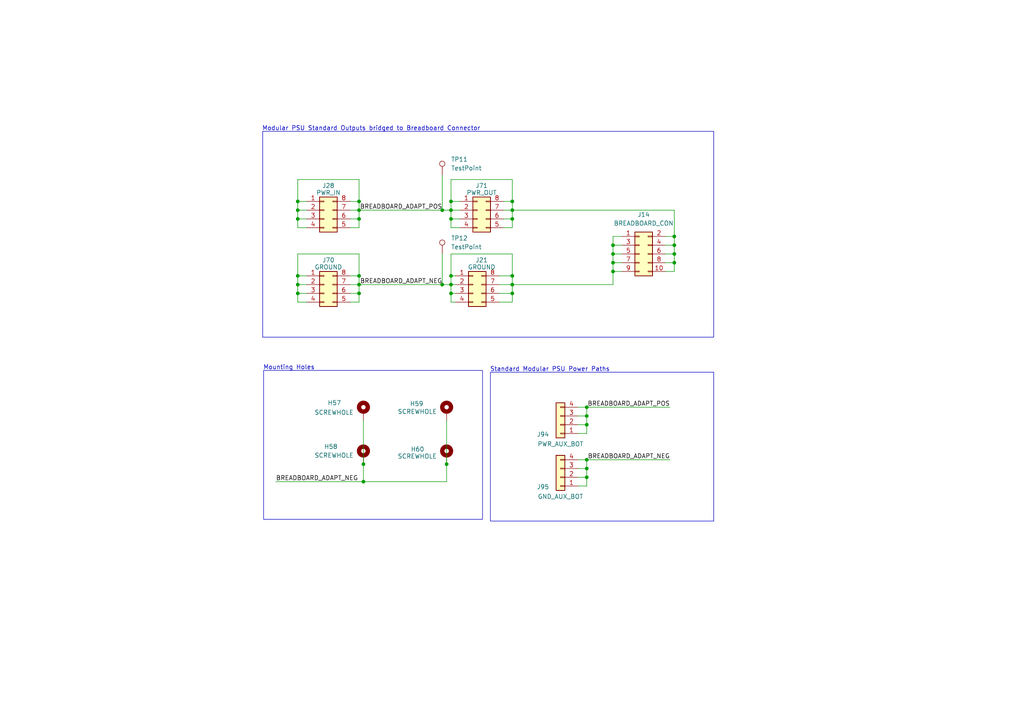
<source format=kicad_sch>
(kicad_sch
	(version 20250114)
	(generator "eeschema")
	(generator_version "9.0")
	(uuid "0432134f-edab-4fc0-8d5c-2d26ba2bb39c")
	(paper "A4")
	(title_block
		(title "Modular PSU")
		(company "DanWave Design")
		(comment 1 "Design By: Daniel Manla")
		(comment 2 "Open Hardware")
	)
	(lib_symbols
		(symbol "Connector:TestPoint"
			(pin_numbers
				(hide yes)
			)
			(pin_names
				(offset 0.762)
				(hide yes)
			)
			(exclude_from_sim no)
			(in_bom yes)
			(on_board yes)
			(property "Reference" "TP"
				(at 0 6.858 0)
				(effects
					(font
						(size 1.27 1.27)
					)
				)
			)
			(property "Value" "TestPoint"
				(at 0 5.08 0)
				(effects
					(font
						(size 1.27 1.27)
					)
				)
			)
			(property "Footprint" ""
				(at 5.08 0 0)
				(effects
					(font
						(size 1.27 1.27)
					)
					(hide yes)
				)
			)
			(property "Datasheet" "~"
				(at 5.08 0 0)
				(effects
					(font
						(size 1.27 1.27)
					)
					(hide yes)
				)
			)
			(property "Description" "test point"
				(at 0 0 0)
				(effects
					(font
						(size 1.27 1.27)
					)
					(hide yes)
				)
			)
			(property "ki_keywords" "test point tp"
				(at 0 0 0)
				(effects
					(font
						(size 1.27 1.27)
					)
					(hide yes)
				)
			)
			(property "ki_fp_filters" "Pin* Test*"
				(at 0 0 0)
				(effects
					(font
						(size 1.27 1.27)
					)
					(hide yes)
				)
			)
			(symbol "TestPoint_0_1"
				(circle
					(center 0 3.302)
					(radius 0.762)
					(stroke
						(width 0)
						(type default)
					)
					(fill
						(type none)
					)
				)
			)
			(symbol "TestPoint_1_1"
				(pin passive line
					(at 0 0 90)
					(length 2.54)
					(name "1"
						(effects
							(font
								(size 1.27 1.27)
							)
						)
					)
					(number "1"
						(effects
							(font
								(size 1.27 1.27)
							)
						)
					)
				)
			)
			(embedded_fonts no)
		)
		(symbol "Connector_Generic:Conn_01x04"
			(pin_names
				(offset 1.016)
				(hide yes)
			)
			(exclude_from_sim no)
			(in_bom yes)
			(on_board yes)
			(property "Reference" "J"
				(at 0 5.08 0)
				(effects
					(font
						(size 1.27 1.27)
					)
				)
			)
			(property "Value" "Conn_01x04"
				(at 0 -7.62 0)
				(effects
					(font
						(size 1.27 1.27)
					)
				)
			)
			(property "Footprint" ""
				(at 0 0 0)
				(effects
					(font
						(size 1.27 1.27)
					)
					(hide yes)
				)
			)
			(property "Datasheet" "~"
				(at 0 0 0)
				(effects
					(font
						(size 1.27 1.27)
					)
					(hide yes)
				)
			)
			(property "Description" "Generic connector, single row, 01x04, script generated (kicad-library-utils/schlib/autogen/connector/)"
				(at 0 0 0)
				(effects
					(font
						(size 1.27 1.27)
					)
					(hide yes)
				)
			)
			(property "ki_keywords" "connector"
				(at 0 0 0)
				(effects
					(font
						(size 1.27 1.27)
					)
					(hide yes)
				)
			)
			(property "ki_fp_filters" "Connector*:*_1x??_*"
				(at 0 0 0)
				(effects
					(font
						(size 1.27 1.27)
					)
					(hide yes)
				)
			)
			(symbol "Conn_01x04_1_1"
				(rectangle
					(start -1.27 3.81)
					(end 1.27 -6.35)
					(stroke
						(width 0.254)
						(type default)
					)
					(fill
						(type background)
					)
				)
				(rectangle
					(start -1.27 2.667)
					(end 0 2.413)
					(stroke
						(width 0.1524)
						(type default)
					)
					(fill
						(type none)
					)
				)
				(rectangle
					(start -1.27 0.127)
					(end 0 -0.127)
					(stroke
						(width 0.1524)
						(type default)
					)
					(fill
						(type none)
					)
				)
				(rectangle
					(start -1.27 -2.413)
					(end 0 -2.667)
					(stroke
						(width 0.1524)
						(type default)
					)
					(fill
						(type none)
					)
				)
				(rectangle
					(start -1.27 -4.953)
					(end 0 -5.207)
					(stroke
						(width 0.1524)
						(type default)
					)
					(fill
						(type none)
					)
				)
				(pin passive line
					(at -5.08 2.54 0)
					(length 3.81)
					(name "Pin_1"
						(effects
							(font
								(size 1.27 1.27)
							)
						)
					)
					(number "1"
						(effects
							(font
								(size 1.27 1.27)
							)
						)
					)
				)
				(pin passive line
					(at -5.08 0 0)
					(length 3.81)
					(name "Pin_2"
						(effects
							(font
								(size 1.27 1.27)
							)
						)
					)
					(number "2"
						(effects
							(font
								(size 1.27 1.27)
							)
						)
					)
				)
				(pin passive line
					(at -5.08 -2.54 0)
					(length 3.81)
					(name "Pin_3"
						(effects
							(font
								(size 1.27 1.27)
							)
						)
					)
					(number "3"
						(effects
							(font
								(size 1.27 1.27)
							)
						)
					)
				)
				(pin passive line
					(at -5.08 -5.08 0)
					(length 3.81)
					(name "Pin_4"
						(effects
							(font
								(size 1.27 1.27)
							)
						)
					)
					(number "4"
						(effects
							(font
								(size 1.27 1.27)
							)
						)
					)
				)
			)
			(embedded_fonts no)
		)
		(symbol "Connector_Generic:Conn_02x04_Counter_Clockwise"
			(pin_names
				(offset 1.016)
				(hide yes)
			)
			(exclude_from_sim no)
			(in_bom yes)
			(on_board yes)
			(property "Reference" "J"
				(at 1.27 5.08 0)
				(effects
					(font
						(size 1.27 1.27)
					)
				)
			)
			(property "Value" "Conn_02x04_Counter_Clockwise"
				(at 1.27 -7.62 0)
				(effects
					(font
						(size 1.27 1.27)
					)
				)
			)
			(property "Footprint" ""
				(at 0 0 0)
				(effects
					(font
						(size 1.27 1.27)
					)
					(hide yes)
				)
			)
			(property "Datasheet" "~"
				(at 0 0 0)
				(effects
					(font
						(size 1.27 1.27)
					)
					(hide yes)
				)
			)
			(property "Description" "Generic connector, double row, 02x04, counter clockwise pin numbering scheme (similar to DIP package numbering), script generated (kicad-library-utils/schlib/autogen/connector/)"
				(at 0 0 0)
				(effects
					(font
						(size 1.27 1.27)
					)
					(hide yes)
				)
			)
			(property "ki_keywords" "connector"
				(at 0 0 0)
				(effects
					(font
						(size 1.27 1.27)
					)
					(hide yes)
				)
			)
			(property "ki_fp_filters" "Connector*:*_2x??_*"
				(at 0 0 0)
				(effects
					(font
						(size 1.27 1.27)
					)
					(hide yes)
				)
			)
			(symbol "Conn_02x04_Counter_Clockwise_1_1"
				(rectangle
					(start -1.27 3.81)
					(end 3.81 -6.35)
					(stroke
						(width 0.254)
						(type default)
					)
					(fill
						(type background)
					)
				)
				(rectangle
					(start -1.27 2.667)
					(end 0 2.413)
					(stroke
						(width 0.1524)
						(type default)
					)
					(fill
						(type none)
					)
				)
				(rectangle
					(start -1.27 0.127)
					(end 0 -0.127)
					(stroke
						(width 0.1524)
						(type default)
					)
					(fill
						(type none)
					)
				)
				(rectangle
					(start -1.27 -2.413)
					(end 0 -2.667)
					(stroke
						(width 0.1524)
						(type default)
					)
					(fill
						(type none)
					)
				)
				(rectangle
					(start -1.27 -4.953)
					(end 0 -5.207)
					(stroke
						(width 0.1524)
						(type default)
					)
					(fill
						(type none)
					)
				)
				(rectangle
					(start 3.81 2.667)
					(end 2.54 2.413)
					(stroke
						(width 0.1524)
						(type default)
					)
					(fill
						(type none)
					)
				)
				(rectangle
					(start 3.81 0.127)
					(end 2.54 -0.127)
					(stroke
						(width 0.1524)
						(type default)
					)
					(fill
						(type none)
					)
				)
				(rectangle
					(start 3.81 -2.413)
					(end 2.54 -2.667)
					(stroke
						(width 0.1524)
						(type default)
					)
					(fill
						(type none)
					)
				)
				(rectangle
					(start 3.81 -4.953)
					(end 2.54 -5.207)
					(stroke
						(width 0.1524)
						(type default)
					)
					(fill
						(type none)
					)
				)
				(pin passive line
					(at -5.08 2.54 0)
					(length 3.81)
					(name "Pin_1"
						(effects
							(font
								(size 1.27 1.27)
							)
						)
					)
					(number "1"
						(effects
							(font
								(size 1.27 1.27)
							)
						)
					)
				)
				(pin passive line
					(at -5.08 0 0)
					(length 3.81)
					(name "Pin_2"
						(effects
							(font
								(size 1.27 1.27)
							)
						)
					)
					(number "2"
						(effects
							(font
								(size 1.27 1.27)
							)
						)
					)
				)
				(pin passive line
					(at -5.08 -2.54 0)
					(length 3.81)
					(name "Pin_3"
						(effects
							(font
								(size 1.27 1.27)
							)
						)
					)
					(number "3"
						(effects
							(font
								(size 1.27 1.27)
							)
						)
					)
				)
				(pin passive line
					(at -5.08 -5.08 0)
					(length 3.81)
					(name "Pin_4"
						(effects
							(font
								(size 1.27 1.27)
							)
						)
					)
					(number "4"
						(effects
							(font
								(size 1.27 1.27)
							)
						)
					)
				)
				(pin passive line
					(at 7.62 2.54 180)
					(length 3.81)
					(name "Pin_8"
						(effects
							(font
								(size 1.27 1.27)
							)
						)
					)
					(number "8"
						(effects
							(font
								(size 1.27 1.27)
							)
						)
					)
				)
				(pin passive line
					(at 7.62 0 180)
					(length 3.81)
					(name "Pin_7"
						(effects
							(font
								(size 1.27 1.27)
							)
						)
					)
					(number "7"
						(effects
							(font
								(size 1.27 1.27)
							)
						)
					)
				)
				(pin passive line
					(at 7.62 -2.54 180)
					(length 3.81)
					(name "Pin_6"
						(effects
							(font
								(size 1.27 1.27)
							)
						)
					)
					(number "6"
						(effects
							(font
								(size 1.27 1.27)
							)
						)
					)
				)
				(pin passive line
					(at 7.62 -5.08 180)
					(length 3.81)
					(name "Pin_5"
						(effects
							(font
								(size 1.27 1.27)
							)
						)
					)
					(number "5"
						(effects
							(font
								(size 1.27 1.27)
							)
						)
					)
				)
			)
			(embedded_fonts no)
		)
		(symbol "Connector_Generic:Conn_02x05_Odd_Even"
			(pin_names
				(offset 1.016)
				(hide yes)
			)
			(exclude_from_sim no)
			(in_bom yes)
			(on_board yes)
			(property "Reference" "J"
				(at 1.27 7.62 0)
				(effects
					(font
						(size 1.27 1.27)
					)
				)
			)
			(property "Value" "Conn_02x05_Odd_Even"
				(at 1.27 -7.62 0)
				(effects
					(font
						(size 1.27 1.27)
					)
				)
			)
			(property "Footprint" ""
				(at 0 0 0)
				(effects
					(font
						(size 1.27 1.27)
					)
					(hide yes)
				)
			)
			(property "Datasheet" "~"
				(at 0 0 0)
				(effects
					(font
						(size 1.27 1.27)
					)
					(hide yes)
				)
			)
			(property "Description" "Generic connector, double row, 02x05, odd/even pin numbering scheme (row 1 odd numbers, row 2 even numbers), script generated (kicad-library-utils/schlib/autogen/connector/)"
				(at 0 0 0)
				(effects
					(font
						(size 1.27 1.27)
					)
					(hide yes)
				)
			)
			(property "ki_keywords" "connector"
				(at 0 0 0)
				(effects
					(font
						(size 1.27 1.27)
					)
					(hide yes)
				)
			)
			(property "ki_fp_filters" "Connector*:*_2x??_*"
				(at 0 0 0)
				(effects
					(font
						(size 1.27 1.27)
					)
					(hide yes)
				)
			)
			(symbol "Conn_02x05_Odd_Even_1_1"
				(rectangle
					(start -1.27 6.35)
					(end 3.81 -6.35)
					(stroke
						(width 0.254)
						(type default)
					)
					(fill
						(type background)
					)
				)
				(rectangle
					(start -1.27 5.207)
					(end 0 4.953)
					(stroke
						(width 0.1524)
						(type default)
					)
					(fill
						(type none)
					)
				)
				(rectangle
					(start -1.27 2.667)
					(end 0 2.413)
					(stroke
						(width 0.1524)
						(type default)
					)
					(fill
						(type none)
					)
				)
				(rectangle
					(start -1.27 0.127)
					(end 0 -0.127)
					(stroke
						(width 0.1524)
						(type default)
					)
					(fill
						(type none)
					)
				)
				(rectangle
					(start -1.27 -2.413)
					(end 0 -2.667)
					(stroke
						(width 0.1524)
						(type default)
					)
					(fill
						(type none)
					)
				)
				(rectangle
					(start -1.27 -4.953)
					(end 0 -5.207)
					(stroke
						(width 0.1524)
						(type default)
					)
					(fill
						(type none)
					)
				)
				(rectangle
					(start 3.81 5.207)
					(end 2.54 4.953)
					(stroke
						(width 0.1524)
						(type default)
					)
					(fill
						(type none)
					)
				)
				(rectangle
					(start 3.81 2.667)
					(end 2.54 2.413)
					(stroke
						(width 0.1524)
						(type default)
					)
					(fill
						(type none)
					)
				)
				(rectangle
					(start 3.81 0.127)
					(end 2.54 -0.127)
					(stroke
						(width 0.1524)
						(type default)
					)
					(fill
						(type none)
					)
				)
				(rectangle
					(start 3.81 -2.413)
					(end 2.54 -2.667)
					(stroke
						(width 0.1524)
						(type default)
					)
					(fill
						(type none)
					)
				)
				(rectangle
					(start 3.81 -4.953)
					(end 2.54 -5.207)
					(stroke
						(width 0.1524)
						(type default)
					)
					(fill
						(type none)
					)
				)
				(pin passive line
					(at -5.08 5.08 0)
					(length 3.81)
					(name "Pin_1"
						(effects
							(font
								(size 1.27 1.27)
							)
						)
					)
					(number "1"
						(effects
							(font
								(size 1.27 1.27)
							)
						)
					)
				)
				(pin passive line
					(at -5.08 2.54 0)
					(length 3.81)
					(name "Pin_3"
						(effects
							(font
								(size 1.27 1.27)
							)
						)
					)
					(number "3"
						(effects
							(font
								(size 1.27 1.27)
							)
						)
					)
				)
				(pin passive line
					(at -5.08 0 0)
					(length 3.81)
					(name "Pin_5"
						(effects
							(font
								(size 1.27 1.27)
							)
						)
					)
					(number "5"
						(effects
							(font
								(size 1.27 1.27)
							)
						)
					)
				)
				(pin passive line
					(at -5.08 -2.54 0)
					(length 3.81)
					(name "Pin_7"
						(effects
							(font
								(size 1.27 1.27)
							)
						)
					)
					(number "7"
						(effects
							(font
								(size 1.27 1.27)
							)
						)
					)
				)
				(pin passive line
					(at -5.08 -5.08 0)
					(length 3.81)
					(name "Pin_9"
						(effects
							(font
								(size 1.27 1.27)
							)
						)
					)
					(number "9"
						(effects
							(font
								(size 1.27 1.27)
							)
						)
					)
				)
				(pin passive line
					(at 7.62 5.08 180)
					(length 3.81)
					(name "Pin_2"
						(effects
							(font
								(size 1.27 1.27)
							)
						)
					)
					(number "2"
						(effects
							(font
								(size 1.27 1.27)
							)
						)
					)
				)
				(pin passive line
					(at 7.62 2.54 180)
					(length 3.81)
					(name "Pin_4"
						(effects
							(font
								(size 1.27 1.27)
							)
						)
					)
					(number "4"
						(effects
							(font
								(size 1.27 1.27)
							)
						)
					)
				)
				(pin passive line
					(at 7.62 0 180)
					(length 3.81)
					(name "Pin_6"
						(effects
							(font
								(size 1.27 1.27)
							)
						)
					)
					(number "6"
						(effects
							(font
								(size 1.27 1.27)
							)
						)
					)
				)
				(pin passive line
					(at 7.62 -2.54 180)
					(length 3.81)
					(name "Pin_8"
						(effects
							(font
								(size 1.27 1.27)
							)
						)
					)
					(number "8"
						(effects
							(font
								(size 1.27 1.27)
							)
						)
					)
				)
				(pin passive line
					(at 7.62 -5.08 180)
					(length 3.81)
					(name "Pin_10"
						(effects
							(font
								(size 1.27 1.27)
							)
						)
					)
					(number "10"
						(effects
							(font
								(size 1.27 1.27)
							)
						)
					)
				)
			)
			(embedded_fonts no)
		)
		(symbol "Mechanical:MountingHole_Pad"
			(pin_numbers
				(hide yes)
			)
			(pin_names
				(offset 1.016)
				(hide yes)
			)
			(exclude_from_sim yes)
			(in_bom no)
			(on_board yes)
			(property "Reference" "H"
				(at 0 6.35 0)
				(effects
					(font
						(size 1.27 1.27)
					)
				)
			)
			(property "Value" "MountingHole_Pad"
				(at 0 4.445 0)
				(effects
					(font
						(size 1.27 1.27)
					)
				)
			)
			(property "Footprint" ""
				(at 0 0 0)
				(effects
					(font
						(size 1.27 1.27)
					)
					(hide yes)
				)
			)
			(property "Datasheet" "~"
				(at 0 0 0)
				(effects
					(font
						(size 1.27 1.27)
					)
					(hide yes)
				)
			)
			(property "Description" "Mounting Hole with connection"
				(at 0 0 0)
				(effects
					(font
						(size 1.27 1.27)
					)
					(hide yes)
				)
			)
			(property "ki_keywords" "mounting hole"
				(at 0 0 0)
				(effects
					(font
						(size 1.27 1.27)
					)
					(hide yes)
				)
			)
			(property "ki_fp_filters" "MountingHole*Pad*"
				(at 0 0 0)
				(effects
					(font
						(size 1.27 1.27)
					)
					(hide yes)
				)
			)
			(symbol "MountingHole_Pad_0_1"
				(circle
					(center 0 1.27)
					(radius 1.27)
					(stroke
						(width 1.27)
						(type default)
					)
					(fill
						(type none)
					)
				)
			)
			(symbol "MountingHole_Pad_1_1"
				(pin input line
					(at 0 -2.54 90)
					(length 2.54)
					(name "1"
						(effects
							(font
								(size 1.27 1.27)
							)
						)
					)
					(number "1"
						(effects
							(font
								(size 1.27 1.27)
							)
						)
					)
				)
			)
			(embedded_fonts no)
		)
	)
	(rectangle
		(start 76.454 107.442)
		(end 139.954 150.622)
		(stroke
			(width 0)
			(type default)
		)
		(fill
			(type none)
		)
		(uuid 3215d338-3ec7-49e8-b9b4-1dab5e333110)
	)
	(rectangle
		(start 76.2 38.1)
		(end 207.01 97.79)
		(stroke
			(width 0)
			(type default)
		)
		(fill
			(type none)
		)
		(uuid a6ca0062-842c-4791-b2f2-73eb44698b90)
	)
	(rectangle
		(start 142.24 107.95)
		(end 207.01 151.13)
		(stroke
			(width 0)
			(type default)
		)
		(fill
			(type none)
		)
		(uuid f3de25c2-e15c-4463-bb33-f98b3009a476)
	)
	(text "Modular PSU Standard Outputs bridged to Breadboard Connector"
		(exclude_from_sim no)
		(at 107.696 37.338 0)
		(effects
			(font
				(size 1.27 1.27)
			)
		)
		(uuid "0addf5e6-b300-4fa0-a205-bf3cc53f3e7e")
	)
	(text "Mounting Holes"
		(exclude_from_sim no)
		(at 83.82 106.68 0)
		(effects
			(font
				(size 1.27 1.27)
			)
		)
		(uuid "b0d70036-2f9e-4e49-bf61-e5b95842d671")
	)
	(text "Standard Modular PSU Power Paths"
		(exclude_from_sim no)
		(at 159.512 107.188 0)
		(effects
			(font
				(size 1.27 1.27)
			)
		)
		(uuid "f8dc260c-4c80-4f0e-a7f7-138fe3079de6")
	)
	(junction
		(at 130.81 63.5)
		(diameter 0)
		(color 0 0 0 0)
		(uuid "0365f7ba-e0ee-4008-a958-576d5bf13a83")
	)
	(junction
		(at 170.18 123.19)
		(diameter 0)
		(color 0 0 0 0)
		(uuid "041592e8-6963-4a00-8b13-57cd8ba1aedd")
	)
	(junction
		(at 130.81 80.01)
		(diameter 0)
		(color 0 0 0 0)
		(uuid "0482acd5-07a0-49e3-85f3-092a28ecd063")
	)
	(junction
		(at 86.36 82.55)
		(diameter 0)
		(color 0 0 0 0)
		(uuid "06af361c-67a8-4844-93ad-395ef14dc3fb")
	)
	(junction
		(at 86.36 80.01)
		(diameter 0)
		(color 0 0 0 0)
		(uuid "12be05ad-5fa8-4314-864d-03d8a78fab97")
	)
	(junction
		(at 170.18 120.65)
		(diameter 0)
		(color 0 0 0 0)
		(uuid "1ceac5e2-aec1-48dc-80b6-2184dac3aa26")
	)
	(junction
		(at 104.14 63.5)
		(diameter 0)
		(color 0 0 0 0)
		(uuid "1eddb6c6-b53a-4d71-ab3d-e2a5b46f4fe1")
	)
	(junction
		(at 177.8 73.66)
		(diameter 0)
		(color 0 0 0 0)
		(uuid "205de66a-fbf9-4d37-986d-22079b6223de")
	)
	(junction
		(at 170.18 138.43)
		(diameter 0)
		(color 0 0 0 0)
		(uuid "21d91411-eca3-4ca0-a59f-fcda171a4e28")
	)
	(junction
		(at 130.81 58.42)
		(diameter 0)
		(color 0 0 0 0)
		(uuid "2af0bb45-2a42-4c15-ae84-c76a3886da8b")
	)
	(junction
		(at 129.54 134.62)
		(diameter 0)
		(color 0 0 0 0)
		(uuid "342c72c7-8547-4676-9e31-0c73e5ad204c")
	)
	(junction
		(at 170.18 133.35)
		(diameter 0)
		(color 0 0 0 0)
		(uuid "3e14f8fd-1e1d-4719-ad21-3b1418b21490")
	)
	(junction
		(at 128.27 82.55)
		(diameter 0)
		(color 0 0 0 0)
		(uuid "464484d2-1544-47b0-89b9-ba576f4a9734")
	)
	(junction
		(at 86.36 60.96)
		(diameter 0)
		(color 0 0 0 0)
		(uuid "4f9d271a-a8b4-465c-8c96-ad253955a134")
	)
	(junction
		(at 104.14 80.01)
		(diameter 0)
		(color 0 0 0 0)
		(uuid "538f31a7-e5ae-4c66-988e-59e9f2cc9fc9")
	)
	(junction
		(at 195.58 76.2)
		(diameter 0)
		(color 0 0 0 0)
		(uuid "59b8ae76-07d8-4d55-8993-455b008e6542")
	)
	(junction
		(at 104.14 58.42)
		(diameter 0)
		(color 0 0 0 0)
		(uuid "5e8bdcc6-3124-44da-9dcb-bddb33ba9064")
	)
	(junction
		(at 104.14 85.09)
		(diameter 0)
		(color 0 0 0 0)
		(uuid "671ccc44-bab1-45f0-b426-633f0564a2d8")
	)
	(junction
		(at 86.36 85.09)
		(diameter 0)
		(color 0 0 0 0)
		(uuid "67f7e79d-1f09-46b3-9cb4-acc546e77f80")
	)
	(junction
		(at 86.36 63.5)
		(diameter 0)
		(color 0 0 0 0)
		(uuid "75c98b22-1e6b-4bac-9764-695865d733a1")
	)
	(junction
		(at 148.59 63.5)
		(diameter 0)
		(color 0 0 0 0)
		(uuid "85310fe3-475b-4716-9481-0de9fdd35847")
	)
	(junction
		(at 128.27 60.96)
		(diameter 0)
		(color 0 0 0 0)
		(uuid "85537fce-8d2d-4c7d-96fd-9d043a1a3589")
	)
	(junction
		(at 130.81 85.09)
		(diameter 0)
		(color 0 0 0 0)
		(uuid "85e8d767-1450-41cc-8b43-58ea9f76f621")
	)
	(junction
		(at 148.59 85.09)
		(diameter 0)
		(color 0 0 0 0)
		(uuid "8ddfdbbc-3e3b-4291-9a7e-4f532eda8a9b")
	)
	(junction
		(at 104.14 82.55)
		(diameter 0)
		(color 0 0 0 0)
		(uuid "90174147-7ae9-4d60-ac0f-bc614f3e57bd")
	)
	(junction
		(at 195.58 71.12)
		(diameter 0)
		(color 0 0 0 0)
		(uuid "91c6acc8-337d-4c09-a129-587ddf982924")
	)
	(junction
		(at 177.8 71.12)
		(diameter 0)
		(color 0 0 0 0)
		(uuid "97546714-ccf4-468e-ab83-341811212e3a")
	)
	(junction
		(at 148.59 82.55)
		(diameter 0)
		(color 0 0 0 0)
		(uuid "9a1b5926-df69-4ce8-b670-8996fb44d738")
	)
	(junction
		(at 130.81 60.96)
		(diameter 0)
		(color 0 0 0 0)
		(uuid "a7930f4d-c185-4bf8-9642-31a8aad7b130")
	)
	(junction
		(at 130.81 82.55)
		(diameter 0)
		(color 0 0 0 0)
		(uuid "aa2a1e24-0d7f-432a-80da-a9d29f9b5749")
	)
	(junction
		(at 170.18 118.11)
		(diameter 0)
		(color 0 0 0 0)
		(uuid "bdb1756f-4954-479f-bafc-c74755dc42fb")
	)
	(junction
		(at 177.8 78.74)
		(diameter 0)
		(color 0 0 0 0)
		(uuid "cefca716-37dd-4b72-bd00-5d88c7f7b3d3")
	)
	(junction
		(at 195.58 73.66)
		(diameter 0)
		(color 0 0 0 0)
		(uuid "d04805ba-7805-43f0-8083-f09980019d65")
	)
	(junction
		(at 170.18 135.89)
		(diameter 0)
		(color 0 0 0 0)
		(uuid "d4d40b89-f6c6-4424-ae72-0acc96e60e39")
	)
	(junction
		(at 105.41 134.62)
		(diameter 0)
		(color 0 0 0 0)
		(uuid "d83f1442-79c8-447d-aae7-95516b52131d")
	)
	(junction
		(at 105.41 139.7)
		(diameter 0)
		(color 0 0 0 0)
		(uuid "d9a8d777-8c36-47b5-9a53-95400e07db31")
	)
	(junction
		(at 86.36 58.42)
		(diameter 0)
		(color 0 0 0 0)
		(uuid "d9ca1138-dd1e-4562-a0fe-894b123863e8")
	)
	(junction
		(at 148.59 80.01)
		(diameter 0)
		(color 0 0 0 0)
		(uuid "e25f3ff7-500d-43c8-814c-42c8ad4312c3")
	)
	(junction
		(at 148.59 58.42)
		(diameter 0)
		(color 0 0 0 0)
		(uuid "e518e2f7-f70b-448f-a0d3-13d78ebcec75")
	)
	(junction
		(at 104.14 60.96)
		(diameter 0)
		(color 0 0 0 0)
		(uuid "eee31050-4452-4516-923d-6b1d87df6f9c")
	)
	(junction
		(at 177.8 76.2)
		(diameter 0)
		(color 0 0 0 0)
		(uuid "f62b72d3-6042-4f4f-85cc-25316412b9c3")
	)
	(junction
		(at 148.59 60.96)
		(diameter 0)
		(color 0 0 0 0)
		(uuid "f97d14f2-923b-4f67-92f4-3281c685df8f")
	)
	(junction
		(at 195.58 68.58)
		(diameter 0)
		(color 0 0 0 0)
		(uuid "ffb504ae-2abc-4b9e-9eb1-58a1d982be2f")
	)
	(wire
		(pts
			(xy 170.18 118.11) (xy 194.31 118.11)
		)
		(stroke
			(width 0)
			(type default)
		)
		(uuid "03596a64-e37c-45af-aa0f-b16a95a76781")
	)
	(wire
		(pts
			(xy 88.9 85.09) (xy 86.36 85.09)
		)
		(stroke
			(width 0)
			(type default)
		)
		(uuid "09a61bef-a781-4311-9aac-747bed8c7e27")
	)
	(wire
		(pts
			(xy 101.6 63.5) (xy 104.14 63.5)
		)
		(stroke
			(width 0)
			(type default)
		)
		(uuid "09d2433e-34d1-4be6-b3a1-4e6aac32db72")
	)
	(wire
		(pts
			(xy 130.81 80.01) (xy 130.81 73.66)
		)
		(stroke
			(width 0)
			(type default)
		)
		(uuid "0a649b7a-7c32-4039-8a63-8df186b65a7c")
	)
	(wire
		(pts
			(xy 129.54 134.62) (xy 129.54 121.92)
		)
		(stroke
			(width 0)
			(type default)
		)
		(uuid "0c043716-4d34-4aed-81ab-b60e0bce1c2f")
	)
	(wire
		(pts
			(xy 133.35 60.96) (xy 130.81 60.96)
		)
		(stroke
			(width 0)
			(type default)
		)
		(uuid "0f2cf9e4-7630-4c12-8ec3-a1c58d1683b3")
	)
	(wire
		(pts
			(xy 104.14 60.96) (xy 128.27 60.96)
		)
		(stroke
			(width 0)
			(type default)
		)
		(uuid "106b655d-aeed-43a8-baad-81f0dbb1aede")
	)
	(wire
		(pts
			(xy 104.14 87.63) (xy 104.14 85.09)
		)
		(stroke
			(width 0)
			(type default)
		)
		(uuid "13d24d9b-eb66-49bd-b716-c9d1c0a6df63")
	)
	(wire
		(pts
			(xy 167.64 120.65) (xy 170.18 120.65)
		)
		(stroke
			(width 0)
			(type default)
		)
		(uuid "14f6abdf-d9cc-4df6-9cd2-4fbfa407ce38")
	)
	(wire
		(pts
			(xy 148.59 66.04) (xy 148.59 63.5)
		)
		(stroke
			(width 0)
			(type default)
		)
		(uuid "19b84017-249b-4642-8c65-acf6c0af1ab5")
	)
	(wire
		(pts
			(xy 195.58 60.96) (xy 195.58 68.58)
		)
		(stroke
			(width 0)
			(type default)
		)
		(uuid "19d2dbac-46cf-4f83-a69c-d791bd200073")
	)
	(wire
		(pts
			(xy 105.41 139.7) (xy 105.41 134.62)
		)
		(stroke
			(width 0)
			(type default)
		)
		(uuid "1b1b2215-5422-45e0-a9f8-5c76434826a6")
	)
	(wire
		(pts
			(xy 148.59 60.96) (xy 195.58 60.96)
		)
		(stroke
			(width 0)
			(type default)
		)
		(uuid "1d9a6df6-0bac-43a0-a929-1bc293bd149b")
	)
	(wire
		(pts
			(xy 86.36 66.04) (xy 86.36 63.5)
		)
		(stroke
			(width 0)
			(type default)
		)
		(uuid "227cb10c-4ffd-48f3-b7ea-c6641ea463d6")
	)
	(wire
		(pts
			(xy 144.78 85.09) (xy 148.59 85.09)
		)
		(stroke
			(width 0)
			(type default)
		)
		(uuid "277b8a23-76b8-49f7-9ff4-fb09e4080b7d")
	)
	(wire
		(pts
			(xy 167.64 135.89) (xy 170.18 135.89)
		)
		(stroke
			(width 0)
			(type default)
		)
		(uuid "2a5be3cf-c0b4-46d0-ac9a-7e135afabcc8")
	)
	(wire
		(pts
			(xy 86.36 85.09) (xy 86.36 82.55)
		)
		(stroke
			(width 0)
			(type default)
		)
		(uuid "2a94cff4-5eba-4e3e-9a98-3c6b2fb342a1")
	)
	(wire
		(pts
			(xy 86.36 52.07) (xy 104.14 52.07)
		)
		(stroke
			(width 0)
			(type default)
		)
		(uuid "2c0e33a7-91ac-431a-9dc4-0923fe06a525")
	)
	(wire
		(pts
			(xy 88.9 66.04) (xy 86.36 66.04)
		)
		(stroke
			(width 0)
			(type default)
		)
		(uuid "2e5628ff-210a-404f-a70f-87a60443e77b")
	)
	(wire
		(pts
			(xy 170.18 140.97) (xy 170.18 138.43)
		)
		(stroke
			(width 0)
			(type default)
		)
		(uuid "2eb0d956-ce36-428f-935a-b15f9197380d")
	)
	(wire
		(pts
			(xy 86.36 73.66) (xy 104.14 73.66)
		)
		(stroke
			(width 0)
			(type default)
		)
		(uuid "31d8961a-387c-4217-8af6-c4980007c0fa")
	)
	(wire
		(pts
			(xy 167.64 123.19) (xy 170.18 123.19)
		)
		(stroke
			(width 0)
			(type default)
		)
		(uuid "322a6756-8654-4237-97d4-f4119eb57405")
	)
	(wire
		(pts
			(xy 104.14 63.5) (xy 104.14 60.96)
		)
		(stroke
			(width 0)
			(type default)
		)
		(uuid "330a6de7-3f77-458b-a093-9207281a146c")
	)
	(wire
		(pts
			(xy 167.64 118.11) (xy 170.18 118.11)
		)
		(stroke
			(width 0)
			(type default)
		)
		(uuid "3605139d-3194-4f45-8e03-fb696c65bd09")
	)
	(wire
		(pts
			(xy 101.6 58.42) (xy 104.14 58.42)
		)
		(stroke
			(width 0)
			(type default)
		)
		(uuid "3659891a-2d84-4740-a4b3-0fb0b8dfb38d")
	)
	(wire
		(pts
			(xy 167.64 138.43) (xy 170.18 138.43)
		)
		(stroke
			(width 0)
			(type default)
		)
		(uuid "3ce79e4b-c79e-42ab-a69f-cfe1333d3280")
	)
	(wire
		(pts
			(xy 101.6 87.63) (xy 104.14 87.63)
		)
		(stroke
			(width 0)
			(type default)
		)
		(uuid "3f211f47-ba4a-4314-bff1-25ab7f3634dc")
	)
	(wire
		(pts
			(xy 195.58 76.2) (xy 195.58 73.66)
		)
		(stroke
			(width 0)
			(type default)
		)
		(uuid "454aa9ca-a5e3-4044-b11e-53d6259342fe")
	)
	(wire
		(pts
			(xy 146.05 66.04) (xy 148.59 66.04)
		)
		(stroke
			(width 0)
			(type default)
		)
		(uuid "454d8900-312b-45bc-b0e9-3b0139eb7c33")
	)
	(wire
		(pts
			(xy 148.59 63.5) (xy 148.59 60.96)
		)
		(stroke
			(width 0)
			(type default)
		)
		(uuid "47bbb592-630e-4ac3-b947-ef57c28b1438")
	)
	(wire
		(pts
			(xy 88.9 63.5) (xy 86.36 63.5)
		)
		(stroke
			(width 0)
			(type default)
		)
		(uuid "47f68d40-e9db-45cb-a309-f8e2a75f47e7")
	)
	(wire
		(pts
			(xy 101.6 80.01) (xy 104.14 80.01)
		)
		(stroke
			(width 0)
			(type default)
		)
		(uuid "49057706-c640-4e47-9042-6edf68221abd")
	)
	(wire
		(pts
			(xy 170.18 135.89) (xy 170.18 133.35)
		)
		(stroke
			(width 0)
			(type default)
		)
		(uuid "4aa976d4-e2cf-458e-abcf-54b4273d0d6e")
	)
	(wire
		(pts
			(xy 104.14 85.09) (xy 104.14 82.55)
		)
		(stroke
			(width 0)
			(type default)
		)
		(uuid "4b37fb85-cb74-492e-a77b-c98971e50d51")
	)
	(wire
		(pts
			(xy 86.36 87.63) (xy 86.36 85.09)
		)
		(stroke
			(width 0)
			(type default)
		)
		(uuid "4b957685-d97b-462e-b60c-a50b6b4f77b0")
	)
	(wire
		(pts
			(xy 101.6 85.09) (xy 104.14 85.09)
		)
		(stroke
			(width 0)
			(type default)
		)
		(uuid "4f4df832-2778-484a-ad02-075c18f3b01f")
	)
	(wire
		(pts
			(xy 88.9 87.63) (xy 86.36 87.63)
		)
		(stroke
			(width 0)
			(type default)
		)
		(uuid "540790b1-730f-496a-91d5-2a4ee3b72eb1")
	)
	(wire
		(pts
			(xy 144.78 80.01) (xy 148.59 80.01)
		)
		(stroke
			(width 0)
			(type default)
		)
		(uuid "54785196-e608-405a-bc28-5dec35911214")
	)
	(wire
		(pts
			(xy 104.14 82.55) (xy 128.27 82.55)
		)
		(stroke
			(width 0)
			(type default)
		)
		(uuid "556946f3-89a0-4c2f-84bc-1eac017cec87")
	)
	(wire
		(pts
			(xy 130.81 58.42) (xy 130.81 52.07)
		)
		(stroke
			(width 0)
			(type default)
		)
		(uuid "59863504-68e5-4fbb-93bb-483404e32a6b")
	)
	(wire
		(pts
			(xy 105.41 134.62) (xy 105.41 121.92)
		)
		(stroke
			(width 0)
			(type default)
		)
		(uuid "5ac88b5e-642a-4150-ba3b-edccf7244ae9")
	)
	(wire
		(pts
			(xy 86.36 63.5) (xy 86.36 60.96)
		)
		(stroke
			(width 0)
			(type default)
		)
		(uuid "5d076ece-e355-47c2-b65b-622b17b54056")
	)
	(wire
		(pts
			(xy 128.27 82.55) (xy 130.81 82.55)
		)
		(stroke
			(width 0)
			(type default)
		)
		(uuid "6011686b-48b7-4b96-8f0f-8f3d2dd3e3b0")
	)
	(wire
		(pts
			(xy 177.8 76.2) (xy 177.8 73.66)
		)
		(stroke
			(width 0)
			(type default)
		)
		(uuid "6094888e-881b-4de5-96a8-6ffd52d1d9ab")
	)
	(wire
		(pts
			(xy 195.58 73.66) (xy 195.58 71.12)
		)
		(stroke
			(width 0)
			(type default)
		)
		(uuid "624ed855-d52f-41b3-9da4-8364de95898c")
	)
	(wire
		(pts
			(xy 86.36 82.55) (xy 86.36 80.01)
		)
		(stroke
			(width 0)
			(type default)
		)
		(uuid "65469c91-7b89-4e49-952a-e01f12822a2d")
	)
	(wire
		(pts
			(xy 130.81 80.01) (xy 132.08 80.01)
		)
		(stroke
			(width 0)
			(type default)
		)
		(uuid "66fd940d-500f-4cff-a2d9-c2bbdf90f649")
	)
	(wire
		(pts
			(xy 180.34 68.58) (xy 177.8 68.58)
		)
		(stroke
			(width 0)
			(type default)
		)
		(uuid "676b78a8-0ea6-424a-8a76-867792c8cc99")
	)
	(wire
		(pts
			(xy 177.8 76.2) (xy 177.8 78.74)
		)
		(stroke
			(width 0)
			(type default)
		)
		(uuid "67fb6b97-01ed-493f-ba16-44c7d1879c71")
	)
	(wire
		(pts
			(xy 177.8 71.12) (xy 177.8 68.58)
		)
		(stroke
			(width 0)
			(type default)
		)
		(uuid "6a114b5d-8886-4404-8ed3-5de094df5a7c")
	)
	(wire
		(pts
			(xy 193.04 68.58) (xy 195.58 68.58)
		)
		(stroke
			(width 0)
			(type default)
		)
		(uuid "6a401589-34f4-4c21-9cb4-5afa5940f32f")
	)
	(wire
		(pts
			(xy 88.9 82.55) (xy 86.36 82.55)
		)
		(stroke
			(width 0)
			(type default)
		)
		(uuid "6c791471-aaa6-4548-818a-41ce121bfb01")
	)
	(wire
		(pts
			(xy 177.8 73.66) (xy 177.8 71.12)
		)
		(stroke
			(width 0)
			(type default)
		)
		(uuid "6fa44edf-4408-48ab-a5ef-840f204eeace")
	)
	(wire
		(pts
			(xy 132.08 82.55) (xy 130.81 82.55)
		)
		(stroke
			(width 0)
			(type default)
		)
		(uuid "702faf0b-6592-4953-80d5-378d24b4a7cf")
	)
	(wire
		(pts
			(xy 86.36 80.01) (xy 88.9 80.01)
		)
		(stroke
			(width 0)
			(type default)
		)
		(uuid "707c4aff-2f81-4da7-ba56-64c06ebac3d2")
	)
	(wire
		(pts
			(xy 86.36 80.01) (xy 86.36 73.66)
		)
		(stroke
			(width 0)
			(type default)
		)
		(uuid "70b8b0e5-c23e-4588-9839-aa6d926c56a1")
	)
	(wire
		(pts
			(xy 148.59 52.07) (xy 148.59 58.42)
		)
		(stroke
			(width 0)
			(type default)
		)
		(uuid "7271e61b-53eb-433b-a42c-88b7b2bb9d55")
	)
	(wire
		(pts
			(xy 101.6 82.55) (xy 104.14 82.55)
		)
		(stroke
			(width 0)
			(type default)
		)
		(uuid "7370da4c-ed03-4711-b2b5-95d8444be77e")
	)
	(wire
		(pts
			(xy 195.58 78.74) (xy 193.04 78.74)
		)
		(stroke
			(width 0)
			(type default)
		)
		(uuid "73fbd71b-14d1-473d-8773-0b5dcbcdeaec")
	)
	(wire
		(pts
			(xy 128.27 50.8) (xy 128.27 60.96)
		)
		(stroke
			(width 0)
			(type default)
		)
		(uuid "741265a1-8c99-4301-a5f7-7fa10ce8c510")
	)
	(wire
		(pts
			(xy 144.78 82.55) (xy 148.59 82.55)
		)
		(stroke
			(width 0)
			(type default)
		)
		(uuid "7a1099ee-866c-47c3-bcd0-cbb0e8238a1e")
	)
	(wire
		(pts
			(xy 128.27 60.96) (xy 130.81 60.96)
		)
		(stroke
			(width 0)
			(type default)
		)
		(uuid "7b5b518f-e7a0-49d7-8cbb-a46adbada8ce")
	)
	(wire
		(pts
			(xy 170.18 120.65) (xy 170.18 118.11)
		)
		(stroke
			(width 0)
			(type default)
		)
		(uuid "7b76699e-7987-4f04-b7fd-d54e2a16c9d9")
	)
	(wire
		(pts
			(xy 130.81 66.04) (xy 130.81 63.5)
		)
		(stroke
			(width 0)
			(type default)
		)
		(uuid "7c1b9711-3984-4ade-bf08-dc8077eb1388")
	)
	(wire
		(pts
			(xy 177.8 82.55) (xy 177.8 78.74)
		)
		(stroke
			(width 0)
			(type default)
		)
		(uuid "88552e55-9c23-45f2-a8d4-6d4632a606f5")
	)
	(wire
		(pts
			(xy 195.58 76.2) (xy 195.58 78.74)
		)
		(stroke
			(width 0)
			(type default)
		)
		(uuid "88bf170c-f9af-4f28-978c-7aeae689531f")
	)
	(wire
		(pts
			(xy 148.59 82.55) (xy 177.8 82.55)
		)
		(stroke
			(width 0)
			(type default)
		)
		(uuid "8b0c1321-e439-45e3-9676-a74d7f425dc6")
	)
	(wire
		(pts
			(xy 80.01 139.7) (xy 105.41 139.7)
		)
		(stroke
			(width 0)
			(type default)
		)
		(uuid "8bd7246a-df5f-4e3a-a760-0fad6747a434")
	)
	(wire
		(pts
			(xy 170.18 123.19) (xy 170.18 120.65)
		)
		(stroke
			(width 0)
			(type default)
		)
		(uuid "8e73e0fb-bd29-4ae2-ad2a-5743e212bf3a")
	)
	(wire
		(pts
			(xy 170.18 138.43) (xy 170.18 135.89)
		)
		(stroke
			(width 0)
			(type default)
		)
		(uuid "951b66da-419d-49cb-a814-8765f22b00c7")
	)
	(wire
		(pts
			(xy 193.04 71.12) (xy 195.58 71.12)
		)
		(stroke
			(width 0)
			(type default)
		)
		(uuid "958aa657-ef80-49bc-8b04-1d7c5dbc11ed")
	)
	(wire
		(pts
			(xy 130.81 82.55) (xy 130.81 80.01)
		)
		(stroke
			(width 0)
			(type default)
		)
		(uuid "96b12a7e-4be1-4c19-ab92-51f5053e8fe0")
	)
	(wire
		(pts
			(xy 128.27 73.66) (xy 128.27 82.55)
		)
		(stroke
			(width 0)
			(type default)
		)
		(uuid "96c169b8-f3f9-45c9-be8c-c47084256242")
	)
	(wire
		(pts
			(xy 86.36 58.42) (xy 88.9 58.42)
		)
		(stroke
			(width 0)
			(type default)
		)
		(uuid "9768e819-3573-480b-910a-cc0a6eddee68")
	)
	(wire
		(pts
			(xy 130.81 73.66) (xy 148.59 73.66)
		)
		(stroke
			(width 0)
			(type default)
		)
		(uuid "98e68522-a67e-446b-8b0c-27fd21a43be4")
	)
	(wire
		(pts
			(xy 148.59 85.09) (xy 148.59 82.55)
		)
		(stroke
			(width 0)
			(type default)
		)
		(uuid "99a28da6-4c0d-4962-9c86-72f146dee037")
	)
	(wire
		(pts
			(xy 170.18 125.73) (xy 170.18 123.19)
		)
		(stroke
			(width 0)
			(type default)
		)
		(uuid "9c2935a8-fcc1-4a52-a603-3dd9a865cca5")
	)
	(wire
		(pts
			(xy 180.34 73.66) (xy 177.8 73.66)
		)
		(stroke
			(width 0)
			(type default)
		)
		(uuid "9eb4f2a1-fe2d-4c08-b3b5-e2ebfceb54f6")
	)
	(wire
		(pts
			(xy 130.81 85.09) (xy 130.81 82.55)
		)
		(stroke
			(width 0)
			(type default)
		)
		(uuid "9ee9982a-e9b8-4efb-8186-f68e0cbf1a54")
	)
	(wire
		(pts
			(xy 170.18 133.35) (xy 194.31 133.35)
		)
		(stroke
			(width 0)
			(type default)
		)
		(uuid "a26fd6b5-94eb-4016-a683-d7b459cd99e1")
	)
	(wire
		(pts
			(xy 146.05 58.42) (xy 148.59 58.42)
		)
		(stroke
			(width 0)
			(type default)
		)
		(uuid "a4a3f4bf-9875-4784-963f-b3f01bbea747")
	)
	(wire
		(pts
			(xy 167.64 125.73) (xy 170.18 125.73)
		)
		(stroke
			(width 0)
			(type default)
		)
		(uuid "a5942664-acc4-49e6-a1e1-cc7aa4cf0fb1")
	)
	(wire
		(pts
			(xy 177.8 78.74) (xy 180.34 78.74)
		)
		(stroke
			(width 0)
			(type default)
		)
		(uuid "a8135c0c-b7d0-45ba-ab86-95e6c8db293e")
	)
	(wire
		(pts
			(xy 193.04 73.66) (xy 195.58 73.66)
		)
		(stroke
			(width 0)
			(type default)
		)
		(uuid "a8bd6e35-a952-4cff-8e39-f5b83541fb99")
	)
	(wire
		(pts
			(xy 101.6 60.96) (xy 104.14 60.96)
		)
		(stroke
			(width 0)
			(type default)
		)
		(uuid "aba24bbb-c48d-413c-9b44-c92a5224fe45")
	)
	(wire
		(pts
			(xy 148.59 73.66) (xy 148.59 80.01)
		)
		(stroke
			(width 0)
			(type default)
		)
		(uuid "ada10c6a-f90e-4e4a-9680-d66720a39ef5")
	)
	(wire
		(pts
			(xy 130.81 52.07) (xy 148.59 52.07)
		)
		(stroke
			(width 0)
			(type default)
		)
		(uuid "b0f4fcf3-1127-4306-9b44-85e28a93da9d")
	)
	(wire
		(pts
			(xy 167.64 133.35) (xy 170.18 133.35)
		)
		(stroke
			(width 0)
			(type default)
		)
		(uuid "b1e5dc44-96ff-4465-8fe9-9ee48f0aa332")
	)
	(wire
		(pts
			(xy 146.05 60.96) (xy 148.59 60.96)
		)
		(stroke
			(width 0)
			(type default)
		)
		(uuid "b3105801-2f8e-4f8e-923e-3187a7637148")
	)
	(wire
		(pts
			(xy 167.64 140.97) (xy 170.18 140.97)
		)
		(stroke
			(width 0)
			(type default)
		)
		(uuid "b6e5bb7b-10d0-4cef-b893-0b35ee599a16")
	)
	(wire
		(pts
			(xy 148.59 82.55) (xy 148.59 80.01)
		)
		(stroke
			(width 0)
			(type default)
		)
		(uuid "b78d53bd-7367-4dbc-9415-be7a46af77f6")
	)
	(wire
		(pts
			(xy 88.9 60.96) (xy 86.36 60.96)
		)
		(stroke
			(width 0)
			(type default)
		)
		(uuid "b8322648-7bab-4b38-99be-90443960cb1e")
	)
	(wire
		(pts
			(xy 133.35 66.04) (xy 130.81 66.04)
		)
		(stroke
			(width 0)
			(type default)
		)
		(uuid "baf3c367-1073-440a-b13f-99b3558c1b14")
	)
	(wire
		(pts
			(xy 180.34 71.12) (xy 177.8 71.12)
		)
		(stroke
			(width 0)
			(type default)
		)
		(uuid "bc3cd425-95fd-4df6-845e-a2ba1723d400")
	)
	(wire
		(pts
			(xy 133.35 63.5) (xy 130.81 63.5)
		)
		(stroke
			(width 0)
			(type default)
		)
		(uuid "bd52cf81-1ff6-42e0-868c-2f4608dfaeb3")
	)
	(wire
		(pts
			(xy 130.81 60.96) (xy 130.81 58.42)
		)
		(stroke
			(width 0)
			(type default)
		)
		(uuid "be3a17ba-dae1-4f82-9523-6356e432942c")
	)
	(wire
		(pts
			(xy 104.14 60.96) (xy 104.14 58.42)
		)
		(stroke
			(width 0)
			(type default)
		)
		(uuid "c0b59d45-1702-4d8a-88b5-493cbb2406b6")
	)
	(wire
		(pts
			(xy 130.81 87.63) (xy 130.81 85.09)
		)
		(stroke
			(width 0)
			(type default)
		)
		(uuid "c74a81ce-ad4c-413f-9722-e0cc40cd8d28")
	)
	(wire
		(pts
			(xy 104.14 66.04) (xy 104.14 63.5)
		)
		(stroke
			(width 0)
			(type default)
		)
		(uuid "cb6456e9-ce56-4c17-b69a-47170c374ed4")
	)
	(wire
		(pts
			(xy 132.08 87.63) (xy 130.81 87.63)
		)
		(stroke
			(width 0)
			(type default)
		)
		(uuid "ccde2a4d-c2b5-435c-82c2-47bfe313f56f")
	)
	(wire
		(pts
			(xy 193.04 76.2) (xy 195.58 76.2)
		)
		(stroke
			(width 0)
			(type default)
		)
		(uuid "d27be004-2a90-4dfd-9b6c-9ac605d4712d")
	)
	(wire
		(pts
			(xy 144.78 87.63) (xy 148.59 87.63)
		)
		(stroke
			(width 0)
			(type default)
		)
		(uuid "d442e320-1952-4871-a1bc-45dcb7f714ac")
	)
	(wire
		(pts
			(xy 180.34 76.2) (xy 177.8 76.2)
		)
		(stroke
			(width 0)
			(type default)
		)
		(uuid "d45c284f-5a79-4b56-98a8-504c1758b957")
	)
	(wire
		(pts
			(xy 195.58 71.12) (xy 195.58 68.58)
		)
		(stroke
			(width 0)
			(type default)
		)
		(uuid "d549750a-7c47-4b35-9a38-391bffd01287")
	)
	(wire
		(pts
			(xy 132.08 85.09) (xy 130.81 85.09)
		)
		(stroke
			(width 0)
			(type default)
		)
		(uuid "d996c3c2-6d72-469c-965a-b4b97f2c73ec")
	)
	(wire
		(pts
			(xy 104.14 73.66) (xy 104.14 80.01)
		)
		(stroke
			(width 0)
			(type default)
		)
		(uuid "da201da5-c9df-4b11-b6e3-1bff80451707")
	)
	(wire
		(pts
			(xy 104.14 82.55) (xy 104.14 80.01)
		)
		(stroke
			(width 0)
			(type default)
		)
		(uuid "e0e9b7d4-68f8-4225-8f4c-3c7a068ea1cf")
	)
	(wire
		(pts
			(xy 86.36 58.42) (xy 86.36 52.07)
		)
		(stroke
			(width 0)
			(type default)
		)
		(uuid "e3b6373d-bcef-42fb-a04f-bdba0ce768e2")
	)
	(wire
		(pts
			(xy 101.6 66.04) (xy 104.14 66.04)
		)
		(stroke
			(width 0)
			(type default)
		)
		(uuid "e3ddf42d-aad6-4b54-a390-86f406d14b22")
	)
	(wire
		(pts
			(xy 130.81 63.5) (xy 130.81 60.96)
		)
		(stroke
			(width 0)
			(type default)
		)
		(uuid "e4d339e0-8f40-49ca-8891-b14a9a005238")
	)
	(wire
		(pts
			(xy 104.14 52.07) (xy 104.14 58.42)
		)
		(stroke
			(width 0)
			(type default)
		)
		(uuid "eac5f0ac-05a9-46ab-b4d0-bf54d5a4799b")
	)
	(wire
		(pts
			(xy 146.05 63.5) (xy 148.59 63.5)
		)
		(stroke
			(width 0)
			(type default)
		)
		(uuid "eb7e0987-5614-440a-93bb-90787a9163ce")
	)
	(wire
		(pts
			(xy 105.41 139.7) (xy 129.54 139.7)
		)
		(stroke
			(width 0)
			(type default)
		)
		(uuid "ecf83d3a-271f-4d46-a05e-e569462f0fc1")
	)
	(wire
		(pts
			(xy 148.59 60.96) (xy 148.59 58.42)
		)
		(stroke
			(width 0)
			(type default)
		)
		(uuid "f3c0a03e-f331-4724-a5c5-6255e4a4512e")
	)
	(wire
		(pts
			(xy 130.81 58.42) (xy 133.35 58.42)
		)
		(stroke
			(width 0)
			(type default)
		)
		(uuid "f6092a7f-eaf7-4e41-abaf-2306705f522b")
	)
	(wire
		(pts
			(xy 129.54 139.7) (xy 129.54 134.62)
		)
		(stroke
			(width 0)
			(type default)
		)
		(uuid "f98bfe96-e13d-4fe4-9603-078cb9bc0558")
	)
	(wire
		(pts
			(xy 86.36 60.96) (xy 86.36 58.42)
		)
		(stroke
			(width 0)
			(type default)
		)
		(uuid "fc1eba87-c2cf-46dd-ae02-a2dba92f43c5")
	)
	(wire
		(pts
			(xy 148.59 87.63) (xy 148.59 85.09)
		)
		(stroke
			(width 0)
			(type default)
		)
		(uuid "fe5c3889-252b-45c9-b52e-603358ae85e7")
	)
	(label "BREADBOARD_ADAPT_NEG"
		(at 194.31 133.35 180)
		(effects
			(font
				(size 1.27 1.27)
			)
			(justify right bottom)
		)
		(uuid "52d7e310-3778-4a4a-b571-9bb5fc927bd5")
	)
	(label "BREADBOARD_ADAPT_POS"
		(at 128.27 60.96 180)
		(effects
			(font
				(size 1.27 1.27)
			)
			(justify right bottom)
		)
		(uuid "5f4207cc-61cf-4773-8916-19464f97c2a3")
	)
	(label "BREADBOARD_ADAPT_POS"
		(at 194.31 118.11 180)
		(effects
			(font
				(size 1.27 1.27)
			)
			(justify right bottom)
		)
		(uuid "7f709c46-0a80-4b28-aaf6-140dc706fd9e")
	)
	(label "BREADBOARD_ADAPT_NEG"
		(at 80.01 139.7 0)
		(effects
			(font
				(size 1.27 1.27)
			)
			(justify left bottom)
		)
		(uuid "a375fb2b-737c-4f55-a3be-aa01ac011cd9")
	)
	(label "BREADBOARD_ADAPT_NEG"
		(at 128.27 82.55 180)
		(effects
			(font
				(size 1.27 1.27)
			)
			(justify right bottom)
		)
		(uuid "b0cfdf6d-0f26-4c48-8aab-7aaeb37389ce")
	)
	(symbol
		(lib_id "Connector_Generic:Conn_02x05_Odd_Even")
		(at 185.42 73.66 0)
		(unit 1)
		(exclude_from_sim no)
		(in_bom yes)
		(on_board yes)
		(dnp no)
		(fields_autoplaced yes)
		(uuid "00c3d522-0312-4454-b821-93cbd4e8b002")
		(property "Reference" "J14"
			(at 186.69 62.23 0)
			(effects
				(font
					(size 1.27 1.27)
				)
			)
		)
		(property "Value" "BREADBOARD_CON"
			(at 186.69 64.77 0)
			(effects
				(font
					(size 1.27 1.27)
				)
			)
		)
		(property "Footprint" "Connector_PinHeader_2.54mm:PinHeader_2x05_P2.54mm_Vertical"
			(at 185.42 73.66 0)
			(effects
				(font
					(size 1.27 1.27)
				)
				(hide yes)
			)
		)
		(property "Datasheet" "~"
			(at 185.42 73.66 0)
			(effects
				(font
					(size 1.27 1.27)
				)
				(hide yes)
			)
		)
		(property "Description" "Generic connector, double row, 02x05, odd/even pin numbering scheme (row 1 odd numbers, row 2 even numbers), script generated (kicad-library-utils/schlib/autogen/connector/)"
			(at 185.42 73.66 0)
			(effects
				(font
					(size 1.27 1.27)
				)
				(hide yes)
			)
		)
		(pin "5"
			(uuid "419e472d-cd8b-4ba9-93e1-a5ec25d2a87b")
		)
		(pin "6"
			(uuid "fb3b22c7-0d7d-431e-8a0c-fba45a356aba")
		)
		(pin "10"
			(uuid "5384b794-1775-400a-a2c3-3efe63e4e8b4")
		)
		(pin "9"
			(uuid "0a3d0913-b48d-451c-8502-373bb267c05d")
		)
		(pin "2"
			(uuid "afaeddb1-c80f-46f2-8510-49ff234b6d9f")
		)
		(pin "1"
			(uuid "819ec32a-5a4a-4457-8848-ef328f39f7fd")
		)
		(pin "4"
			(uuid "b7b35adc-60bd-4f7b-b8f4-42d2393cdb23")
		)
		(pin "7"
			(uuid "bc8254c0-067d-4d1b-826c-ea0d4eb50e0f")
		)
		(pin "3"
			(uuid "a960b4ac-550a-4ede-860e-5cd916f53ff6")
		)
		(pin "8"
			(uuid "6da6efde-3841-4db1-be07-9b1b5b150466")
		)
		(instances
			(project ""
				(path "/4bef1c7d-223e-45cc-b002-ac71b5420af1/8084812e-2ef0-4331-a345-38217d844be2/a4eeda64-be9d-4267-a0b0-2df98a056f31"
					(reference "J14")
					(unit 1)
				)
			)
		)
	)
	(symbol
		(lib_id "Connector_Generic:Conn_01x04")
		(at 162.56 138.43 180)
		(unit 1)
		(exclude_from_sim no)
		(in_bom yes)
		(on_board yes)
		(dnp no)
		(uuid "1e1f8bd9-ea7b-495a-854d-0f49e731309a")
		(property "Reference" "J95"
			(at 157.48 141.224 0)
			(effects
				(font
					(size 1.27 1.27)
				)
			)
		)
		(property "Value" "GND_AUX_BOT"
			(at 162.56 144.018 0)
			(effects
				(font
					(size 1.27 1.27)
				)
			)
		)
		(property "Footprint" "Connector_PinHeader_2.54mm:PinHeader_1x04_P2.54mm_Vertical"
			(at 162.56 138.43 0)
			(effects
				(font
					(size 1.27 1.27)
				)
				(hide yes)
			)
		)
		(property "Datasheet" "~"
			(at 162.56 138.43 0)
			(effects
				(font
					(size 1.27 1.27)
				)
				(hide yes)
			)
		)
		(property "Description" "Generic connector, single row, 01x04, script generated (kicad-library-utils/schlib/autogen/connector/)"
			(at 162.56 138.43 0)
			(effects
				(font
					(size 1.27 1.27)
				)
				(hide yes)
			)
		)
		(pin "1"
			(uuid "3488ba2e-ed0a-4aa0-8f4a-9ba06325e69e")
		)
		(pin "3"
			(uuid "2811202c-8957-4a03-81f6-dae32b690ae1")
		)
		(pin "4"
			(uuid "e797b5ae-921e-4f71-bba3-efee72269dae")
		)
		(pin "2"
			(uuid "6bc8c443-afd9-44f4-887f-dbe1539d6c14")
		)
		(instances
			(project "ModularPSU"
				(path "/4bef1c7d-223e-45cc-b002-ac71b5420af1/8084812e-2ef0-4331-a345-38217d844be2/a4eeda64-be9d-4267-a0b0-2df98a056f31"
					(reference "J95")
					(unit 1)
				)
			)
		)
	)
	(symbol
		(lib_id "Mechanical:MountingHole_Pad")
		(at 129.54 119.38 0)
		(unit 1)
		(exclude_from_sim yes)
		(in_bom no)
		(on_board yes)
		(dnp no)
		(uuid "25db26e3-031e-4471-accc-c860e2ffe0ba")
		(property "Reference" "H59"
			(at 118.872 117.094 0)
			(effects
				(font
					(size 1.27 1.27)
				)
				(justify left)
			)
		)
		(property "Value" "SCREWHOLE"
			(at 115.316 119.38 0)
			(effects
				(font
					(size 1.27 1.27)
				)
				(justify left)
			)
		)
		(property "Footprint" "MountingHole:MountingHole_2.2mm_M2_DIN965_Pad_TopBottom"
			(at 129.54 119.38 0)
			(effects
				(font
					(size 1.27 1.27)
				)
				(hide yes)
			)
		)
		(property "Datasheet" "~"
			(at 129.54 119.38 0)
			(effects
				(font
					(size 1.27 1.27)
				)
				(hide yes)
			)
		)
		(property "Description" "Mounting Hole with connection"
			(at 129.54 119.38 0)
			(effects
				(font
					(size 1.27 1.27)
				)
				(hide yes)
			)
		)
		(pin "1"
			(uuid "5306f30b-2173-4a9d-be68-39ee7fd712b7")
		)
		(instances
			(project "ModularPSU"
				(path "/4bef1c7d-223e-45cc-b002-ac71b5420af1/8084812e-2ef0-4331-a345-38217d844be2/a4eeda64-be9d-4267-a0b0-2df98a056f31"
					(reference "H59")
					(unit 1)
				)
			)
		)
	)
	(symbol
		(lib_id "Connector_Generic:Conn_02x04_Counter_Clockwise")
		(at 93.98 82.55 0)
		(unit 1)
		(exclude_from_sim no)
		(in_bom yes)
		(on_board yes)
		(dnp no)
		(uuid "3597e25e-a0d3-4fca-9e33-2571fa2e7df5")
		(property "Reference" "J70"
			(at 95.25 75.438 0)
			(effects
				(font
					(size 1.27 1.27)
				)
			)
		)
		(property "Value" "GROUND"
			(at 95.25 77.47 0)
			(effects
				(font
					(size 1.27 1.27)
				)
			)
		)
		(property "Footprint" "Connector_PinHeader_2.54mm:PinHeader_2x04_P2.54mm_Horizontal"
			(at 93.98 82.55 0)
			(effects
				(font
					(size 1.27 1.27)
				)
				(hide yes)
			)
		)
		(property "Datasheet" "~"
			(at 93.98 82.55 0)
			(effects
				(font
					(size 1.27 1.27)
				)
				(hide yes)
			)
		)
		(property "Description" "Generic connector, double row, 02x04, counter clockwise pin numbering scheme (similar to DIP package numbering), script generated (kicad-library-utils/schlib/autogen/connector/)"
			(at 93.98 82.55 0)
			(effects
				(font
					(size 1.27 1.27)
				)
				(hide yes)
			)
		)
		(pin "1"
			(uuid "92c6e35c-f490-4f1e-b3fd-ed1f4df15110")
		)
		(pin "7"
			(uuid "cfa3adc7-a550-4b14-b489-dc65ca697999")
		)
		(pin "8"
			(uuid "f77af365-c47f-4ce9-bcd9-1d4e3d735501")
		)
		(pin "3"
			(uuid "2e47c89d-3e6c-447b-a7a1-a8f7bdb130a5")
		)
		(pin "4"
			(uuid "cc9e64b4-620b-4875-bf8c-391455642c36")
		)
		(pin "5"
			(uuid "27a2b3aa-9405-4e3f-9d0c-d3e9b8dcc505")
		)
		(pin "2"
			(uuid "a8540025-6cfb-4c45-9904-6e87de8d7d51")
		)
		(pin "6"
			(uuid "b78dd337-0b22-4d12-a515-2364961335d0")
		)
		(instances
			(project "ModularPSU"
				(path "/4bef1c7d-223e-45cc-b002-ac71b5420af1/8084812e-2ef0-4331-a345-38217d844be2/a4eeda64-be9d-4267-a0b0-2df98a056f31"
					(reference "J70")
					(unit 1)
				)
			)
		)
	)
	(symbol
		(lib_id "Connector_Generic:Conn_02x04_Counter_Clockwise")
		(at 93.98 60.96 0)
		(unit 1)
		(exclude_from_sim no)
		(in_bom yes)
		(on_board yes)
		(dnp no)
		(uuid "3f5e1e6b-19ed-4a4f-a35b-7774f5c967b3")
		(property "Reference" "J28"
			(at 95.25 53.848 0)
			(effects
				(font
					(size 1.27 1.27)
				)
			)
		)
		(property "Value" "PWR_IN"
			(at 95.25 55.88 0)
			(effects
				(font
					(size 1.27 1.27)
				)
			)
		)
		(property "Footprint" "Connector_PinHeader_2.54mm:PinHeader_2x04_P2.54mm_Horizontal"
			(at 93.98 60.96 0)
			(effects
				(font
					(size 1.27 1.27)
				)
				(hide yes)
			)
		)
		(property "Datasheet" "~"
			(at 93.98 60.96 0)
			(effects
				(font
					(size 1.27 1.27)
				)
				(hide yes)
			)
		)
		(property "Description" "Generic connector, double row, 02x04, counter clockwise pin numbering scheme (similar to DIP package numbering), script generated (kicad-library-utils/schlib/autogen/connector/)"
			(at 93.98 60.96 0)
			(effects
				(font
					(size 1.27 1.27)
				)
				(hide yes)
			)
		)
		(pin "1"
			(uuid "f69c9091-8248-4851-9697-27bb66987e4a")
		)
		(pin "7"
			(uuid "59ca83de-d8c2-4b20-be73-6b0b96e464dd")
		)
		(pin "8"
			(uuid "68c5dbb4-3f2f-433a-b400-613f0a77726b")
		)
		(pin "3"
			(uuid "99a67f82-7bd9-4f7c-b778-2c1c0c03befc")
		)
		(pin "4"
			(uuid "13aa68c5-8c63-4b01-9f48-b43e0ef148ba")
		)
		(pin "5"
			(uuid "4183184a-b55e-464b-a500-65bda549c1e3")
		)
		(pin "2"
			(uuid "94cf9607-115b-4ea9-9a08-5aedca2351f9")
		)
		(pin "6"
			(uuid "08079f4f-f7c4-4f13-af8d-9428c1696cb6")
		)
		(instances
			(project "ModularPSU"
				(path "/4bef1c7d-223e-45cc-b002-ac71b5420af1/8084812e-2ef0-4331-a345-38217d844be2/a4eeda64-be9d-4267-a0b0-2df98a056f31"
					(reference "J28")
					(unit 1)
				)
			)
		)
	)
	(symbol
		(lib_id "Connector:TestPoint")
		(at 128.27 50.8 0)
		(unit 1)
		(exclude_from_sim no)
		(in_bom yes)
		(on_board yes)
		(dnp no)
		(fields_autoplaced yes)
		(uuid "78b28c29-1068-4702-92b9-b265acd87716")
		(property "Reference" "TP11"
			(at 130.81 46.2279 0)
			(effects
				(font
					(size 1.27 1.27)
				)
				(justify left)
			)
		)
		(property "Value" "TestPoint"
			(at 130.81 48.7679 0)
			(effects
				(font
					(size 1.27 1.27)
				)
				(justify left)
			)
		)
		(property "Footprint" "TestPoint:TestPoint_Pad_2.0x2.0mm"
			(at 133.35 50.8 0)
			(effects
				(font
					(size 1.27 1.27)
				)
				(hide yes)
			)
		)
		(property "Datasheet" "~"
			(at 133.35 50.8 0)
			(effects
				(font
					(size 1.27 1.27)
				)
				(hide yes)
			)
		)
		(property "Description" "test point"
			(at 128.27 50.8 0)
			(effects
				(font
					(size 1.27 1.27)
				)
				(hide yes)
			)
		)
		(pin "1"
			(uuid "08ef05c6-10a3-4be5-90a8-450b0a3f3155")
		)
		(instances
			(project "ModularPSU"
				(path "/4bef1c7d-223e-45cc-b002-ac71b5420af1/8084812e-2ef0-4331-a345-38217d844be2/a4eeda64-be9d-4267-a0b0-2df98a056f31"
					(reference "TP11")
					(unit 1)
				)
			)
		)
	)
	(symbol
		(lib_id "Mechanical:MountingHole_Pad")
		(at 129.54 132.08 0)
		(unit 1)
		(exclude_from_sim yes)
		(in_bom no)
		(on_board yes)
		(dnp no)
		(uuid "7de8bfb5-620b-4fbe-b7d6-a418426cd829")
		(property "Reference" "H60"
			(at 119.126 130.302 0)
			(effects
				(font
					(size 1.27 1.27)
				)
				(justify left)
			)
		)
		(property "Value" "SCREWHOLE"
			(at 115.316 132.334 0)
			(effects
				(font
					(size 1.27 1.27)
				)
				(justify left)
			)
		)
		(property "Footprint" "MountingHole:MountingHole_2.2mm_M2_DIN965_Pad_TopBottom"
			(at 129.54 132.08 0)
			(effects
				(font
					(size 1.27 1.27)
				)
				(hide yes)
			)
		)
		(property "Datasheet" "~"
			(at 129.54 132.08 0)
			(effects
				(font
					(size 1.27 1.27)
				)
				(hide yes)
			)
		)
		(property "Description" "Mounting Hole with connection"
			(at 129.54 132.08 0)
			(effects
				(font
					(size 1.27 1.27)
				)
				(hide yes)
			)
		)
		(pin "1"
			(uuid "b4a38a59-5f1c-4792-ae38-0a876f1f890a")
		)
		(instances
			(project "ModularPSU"
				(path "/4bef1c7d-223e-45cc-b002-ac71b5420af1/8084812e-2ef0-4331-a345-38217d844be2/a4eeda64-be9d-4267-a0b0-2df98a056f31"
					(reference "H60")
					(unit 1)
				)
			)
		)
	)
	(symbol
		(lib_id "Connector:TestPoint")
		(at 128.27 73.66 0)
		(unit 1)
		(exclude_from_sim no)
		(in_bom yes)
		(on_board yes)
		(dnp no)
		(fields_autoplaced yes)
		(uuid "b4c65ea5-1b35-4e62-b44f-46b636491334")
		(property "Reference" "TP12"
			(at 130.81 69.0879 0)
			(effects
				(font
					(size 1.27 1.27)
				)
				(justify left)
			)
		)
		(property "Value" "TestPoint"
			(at 130.81 71.6279 0)
			(effects
				(font
					(size 1.27 1.27)
				)
				(justify left)
			)
		)
		(property "Footprint" "TestPoint:TestPoint_Pad_2.0x2.0mm"
			(at 133.35 73.66 0)
			(effects
				(font
					(size 1.27 1.27)
				)
				(hide yes)
			)
		)
		(property "Datasheet" "~"
			(at 133.35 73.66 0)
			(effects
				(font
					(size 1.27 1.27)
				)
				(hide yes)
			)
		)
		(property "Description" "test point"
			(at 128.27 73.66 0)
			(effects
				(font
					(size 1.27 1.27)
				)
				(hide yes)
			)
		)
		(pin "1"
			(uuid "0f129dcc-b3cf-49ea-8a0d-3d7c41dcabb2")
		)
		(instances
			(project "ModularPSU"
				(path "/4bef1c7d-223e-45cc-b002-ac71b5420af1/8084812e-2ef0-4331-a345-38217d844be2/a4eeda64-be9d-4267-a0b0-2df98a056f31"
					(reference "TP12")
					(unit 1)
				)
			)
		)
	)
	(symbol
		(lib_id "Connector_Generic:Conn_01x04")
		(at 162.56 123.19 180)
		(unit 1)
		(exclude_from_sim no)
		(in_bom yes)
		(on_board yes)
		(dnp no)
		(uuid "c2cc7a40-60c2-45ff-a162-c01eb51967b3")
		(property "Reference" "J94"
			(at 157.48 125.984 0)
			(effects
				(font
					(size 1.27 1.27)
				)
			)
		)
		(property "Value" "PWR_AUX_BOT"
			(at 162.56 128.778 0)
			(effects
				(font
					(size 1.27 1.27)
				)
			)
		)
		(property "Footprint" "Connector_PinHeader_2.54mm:PinHeader_1x04_P2.54mm_Vertical"
			(at 162.56 123.19 0)
			(effects
				(font
					(size 1.27 1.27)
				)
				(hide yes)
			)
		)
		(property "Datasheet" "~"
			(at 162.56 123.19 0)
			(effects
				(font
					(size 1.27 1.27)
				)
				(hide yes)
			)
		)
		(property "Description" "Generic connector, single row, 01x04, script generated (kicad-library-utils/schlib/autogen/connector/)"
			(at 162.56 123.19 0)
			(effects
				(font
					(size 1.27 1.27)
				)
				(hide yes)
			)
		)
		(pin "1"
			(uuid "11693a36-2a46-4188-8865-9a598de4509b")
		)
		(pin "3"
			(uuid "1a32e981-e38d-4f13-bd82-34b0222ae0d1")
		)
		(pin "4"
			(uuid "21f52978-c021-4fc3-9af9-ee0b24e3a5fb")
		)
		(pin "2"
			(uuid "d9ee5867-104c-4c51-9f10-0ff5857965ce")
		)
		(instances
			(project "ModularPSU"
				(path "/4bef1c7d-223e-45cc-b002-ac71b5420af1/8084812e-2ef0-4331-a345-38217d844be2/a4eeda64-be9d-4267-a0b0-2df98a056f31"
					(reference "J94")
					(unit 1)
				)
			)
		)
	)
	(symbol
		(lib_id "Connector_Generic:Conn_02x04_Counter_Clockwise")
		(at 138.43 60.96 0)
		(unit 1)
		(exclude_from_sim no)
		(in_bom yes)
		(on_board yes)
		(dnp no)
		(uuid "cca5ecbe-280e-44fe-9f47-94e3101f8e73")
		(property "Reference" "J71"
			(at 139.7 53.848 0)
			(effects
				(font
					(size 1.27 1.27)
				)
			)
		)
		(property "Value" "PWR_OUT"
			(at 139.7 55.88 0)
			(effects
				(font
					(size 1.27 1.27)
				)
			)
		)
		(property "Footprint" "Connector_PinSocket_2.54mm:PinSocket_2x04_P2.54mm_Horizontal"
			(at 138.43 60.96 0)
			(effects
				(font
					(size 1.27 1.27)
				)
				(hide yes)
			)
		)
		(property "Datasheet" "~"
			(at 138.43 60.96 0)
			(effects
				(font
					(size 1.27 1.27)
				)
				(hide yes)
			)
		)
		(property "Description" "Generic connector, double row, 02x04, counter clockwise pin numbering scheme (similar to DIP package numbering), script generated (kicad-library-utils/schlib/autogen/connector/)"
			(at 138.43 60.96 0)
			(effects
				(font
					(size 1.27 1.27)
				)
				(hide yes)
			)
		)
		(pin "1"
			(uuid "17d52afd-7d92-4c4d-b4c1-526e4add850e")
		)
		(pin "7"
			(uuid "560676fe-1e42-4a48-8674-b70811e9b2ff")
		)
		(pin "8"
			(uuid "71e1a64e-08ff-4551-a5f5-40878a90bfa2")
		)
		(pin "3"
			(uuid "4373a400-ca7f-45c5-b132-370486170580")
		)
		(pin "4"
			(uuid "8c9de229-1736-4c3f-9023-71ebbc803e2a")
		)
		(pin "5"
			(uuid "84712fa3-2dcc-41b1-a9a2-0469cc47d88c")
		)
		(pin "2"
			(uuid "cb21a318-4578-4950-a702-e4ae79478fb3")
		)
		(pin "6"
			(uuid "2e6a07a2-751c-4b11-9584-867b6bdb36b9")
		)
		(instances
			(project "ModularPSU"
				(path "/4bef1c7d-223e-45cc-b002-ac71b5420af1/8084812e-2ef0-4331-a345-38217d844be2/a4eeda64-be9d-4267-a0b0-2df98a056f31"
					(reference "J71")
					(unit 1)
				)
			)
		)
	)
	(symbol
		(lib_id "Mechanical:MountingHole_Pad")
		(at 105.41 119.38 0)
		(unit 1)
		(exclude_from_sim yes)
		(in_bom no)
		(on_board yes)
		(dnp no)
		(uuid "da3d90bf-71f7-4d21-a839-a1d968c36f09")
		(property "Reference" "H57"
			(at 94.996 116.84 0)
			(effects
				(font
					(size 1.27 1.27)
				)
				(justify left)
			)
		)
		(property "Value" "SCREWHOLE"
			(at 91.186 119.634 0)
			(effects
				(font
					(size 1.27 1.27)
				)
				(justify left)
			)
		)
		(property "Footprint" "MountingHole:MountingHole_2.2mm_M2_DIN965_Pad_TopBottom"
			(at 105.41 119.38 0)
			(effects
				(font
					(size 1.27 1.27)
				)
				(hide yes)
			)
		)
		(property "Datasheet" "~"
			(at 105.41 119.38 0)
			(effects
				(font
					(size 1.27 1.27)
				)
				(hide yes)
			)
		)
		(property "Description" "Mounting Hole with connection"
			(at 105.41 119.38 0)
			(effects
				(font
					(size 1.27 1.27)
				)
				(hide yes)
			)
		)
		(pin "1"
			(uuid "41d26c01-8122-4d2d-b390-6a67776401f0")
		)
		(instances
			(project "ModularPSU"
				(path "/4bef1c7d-223e-45cc-b002-ac71b5420af1/8084812e-2ef0-4331-a345-38217d844be2/a4eeda64-be9d-4267-a0b0-2df98a056f31"
					(reference "H57")
					(unit 1)
				)
			)
		)
	)
	(symbol
		(lib_id "Connector_Generic:Conn_02x04_Counter_Clockwise")
		(at 137.16 82.55 0)
		(unit 1)
		(exclude_from_sim no)
		(in_bom yes)
		(on_board yes)
		(dnp no)
		(uuid "eae61c7d-4b34-4c71-8849-1e06dde216e0")
		(property "Reference" "J21"
			(at 139.7 75.438 0)
			(effects
				(font
					(size 1.27 1.27)
				)
			)
		)
		(property "Value" "GROUND"
			(at 139.7 77.47 0)
			(effects
				(font
					(size 1.27 1.27)
				)
			)
		)
		(property "Footprint" "Connector_PinSocket_2.54mm:PinSocket_2x04_P2.54mm_Horizontal"
			(at 137.16 82.55 0)
			(effects
				(font
					(size 1.27 1.27)
				)
				(hide yes)
			)
		)
		(property "Datasheet" "~"
			(at 137.16 82.55 0)
			(effects
				(font
					(size 1.27 1.27)
				)
				(hide yes)
			)
		)
		(property "Description" "Generic connector, double row, 02x04, counter clockwise pin numbering scheme (similar to DIP package numbering), script generated (kicad-library-utils/schlib/autogen/connector/)"
			(at 137.16 82.55 0)
			(effects
				(font
					(size 1.27 1.27)
				)
				(hide yes)
			)
		)
		(pin "1"
			(uuid "609b5a01-cd18-4fbd-8aa9-91bd4232e7f9")
		)
		(pin "7"
			(uuid "1af0f53f-5b47-4ce4-abf1-a23bf691e486")
		)
		(pin "8"
			(uuid "2521e08e-12d3-4e8b-a05a-008e56f0cf76")
		)
		(pin "3"
			(uuid "bcbd04b5-7b3b-4f1c-933d-fd966384428b")
		)
		(pin "4"
			(uuid "b035d5a8-2e21-43e5-8da8-445c729d1314")
		)
		(pin "5"
			(uuid "79c0cb6b-36f2-46a8-a3bb-d065cd10bfe2")
		)
		(pin "2"
			(uuid "97fdbc0f-52b3-4418-8d9f-d65c9e8eb55a")
		)
		(pin "6"
			(uuid "96df0d93-9b90-44cb-8b14-a2b8bdf403ac")
		)
		(instances
			(project "ModularPSU"
				(path "/4bef1c7d-223e-45cc-b002-ac71b5420af1/8084812e-2ef0-4331-a345-38217d844be2/a4eeda64-be9d-4267-a0b0-2df98a056f31"
					(reference "J21")
					(unit 1)
				)
			)
		)
	)
	(symbol
		(lib_id "Mechanical:MountingHole_Pad")
		(at 105.41 132.08 0)
		(unit 1)
		(exclude_from_sim yes)
		(in_bom no)
		(on_board yes)
		(dnp no)
		(uuid "ecf1d1bc-8ab6-45c3-894d-d22b7111f4ff")
		(property "Reference" "H58"
			(at 93.98 129.54 0)
			(effects
				(font
					(size 1.27 1.27)
				)
				(justify left)
			)
		)
		(property "Value" "SCREWHOLE"
			(at 91.186 132.08 0)
			(effects
				(font
					(size 1.27 1.27)
				)
				(justify left)
			)
		)
		(property "Footprint" "MountingHole:MountingHole_2.2mm_M2_DIN965_Pad_TopBottom"
			(at 105.41 132.08 0)
			(effects
				(font
					(size 1.27 1.27)
				)
				(hide yes)
			)
		)
		(property "Datasheet" "~"
			(at 105.41 132.08 0)
			(effects
				(font
					(size 1.27 1.27)
				)
				(hide yes)
			)
		)
		(property "Description" "Mounting Hole with connection"
			(at 105.41 132.08 0)
			(effects
				(font
					(size 1.27 1.27)
				)
				(hide yes)
			)
		)
		(pin "1"
			(uuid "9e376913-c038-422b-a09e-724a8b10e233")
		)
		(instances
			(project "ModularPSU"
				(path "/4bef1c7d-223e-45cc-b002-ac71b5420af1/8084812e-2ef0-4331-a345-38217d844be2/a4eeda64-be9d-4267-a0b0-2df98a056f31"
					(reference "H58")
					(unit 1)
				)
			)
		)
	)
)

</source>
